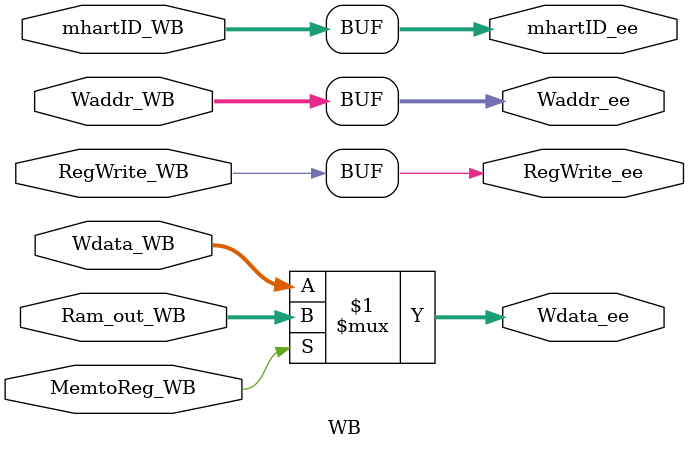
<source format=sv>
module WB(
input logic [31:0] Ram_out_WB,Wdata_WB,
input logic [4:0] Waddr_WB,
input logic RegWrite_WB,MemtoReg_WB,
input logic [1:0] mhartID_WB,
output logic [31:0] Wdata_ee,
output logic [4:0] Waddr_ee,
output logic RegWrite_ee,
output logic [1:0] mhartID_ee
);
assign Wdata_ee = (MemtoReg_WB) ? Ram_out_WB : Wdata_WB ;
assign Waddr_ee = Waddr_WB;
assign RegWrite_ee = RegWrite_WB;
assign mhartID_ee  = mhartID_WB;
endmodule
</source>
